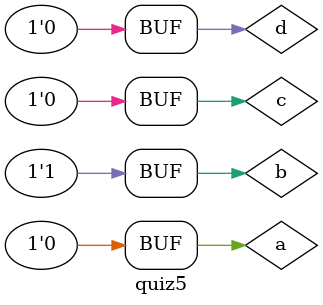
<source format=v>
`timescale 1ns/1ns

module quiz5;

reg a, b, c, d;

initial begin
	a = 1'b0;
	b = #10 1'b1;
	c = #5 1'b0;
	d = #20 a & b & c;
end
endmodule
</source>
